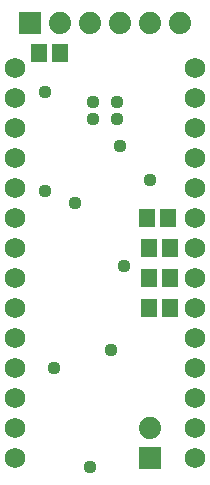
<source format=gbs>
%FSLAX25Y25*%
%MOIN*%
G70*
G01*
G75*
G04 Layer_Color=16711935*
%ADD10R,0.05512X0.04921*%
%ADD11R,0.06102X0.04921*%
%ADD12R,0.01772X0.09449*%
%ADD13C,0.00700*%
%ADD14C,0.01500*%
%ADD15C,0.06600*%
%ADD16R,0.06600X0.06600*%
%ADD17C,0.06000*%
%ADD18R,0.06600X0.06600*%
%ADD19C,0.03600*%
%ADD20R,0.04921X0.05512*%
%ADD21C,0.01000*%
%ADD22C,0.00984*%
%ADD23C,0.02362*%
%ADD24C,0.00787*%
%ADD25R,0.06312X0.05721*%
%ADD26R,0.06902X0.05721*%
%ADD27R,0.02572X0.10249*%
%ADD28C,0.07400*%
%ADD29R,0.07400X0.07400*%
%ADD30C,0.06800*%
%ADD31R,0.07400X0.07400*%
%ADD32C,0.04400*%
%ADD33R,0.05721X0.06312*%
D28*
X45000Y15000D02*
D03*
X35000D02*
D03*
X25000D02*
D03*
X15000D02*
D03*
X55000D02*
D03*
X45000Y-120000D02*
D03*
D29*
X5000Y15000D02*
D03*
D30*
X60000Y0D02*
D03*
Y-10000D02*
D03*
Y-20000D02*
D03*
Y-30000D02*
D03*
Y-40000D02*
D03*
Y-50000D02*
D03*
Y-60000D02*
D03*
Y-70000D02*
D03*
Y-80000D02*
D03*
Y-90000D02*
D03*
Y-100000D02*
D03*
Y-110000D02*
D03*
Y-120000D02*
D03*
Y-130000D02*
D03*
X0D02*
D03*
Y-120000D02*
D03*
Y-110000D02*
D03*
Y-100000D02*
D03*
Y-90000D02*
D03*
Y-80000D02*
D03*
Y-70000D02*
D03*
Y-60000D02*
D03*
Y-50000D02*
D03*
Y-40000D02*
D03*
Y-30000D02*
D03*
Y-20000D02*
D03*
Y-10000D02*
D03*
Y0D02*
D03*
D31*
X45000Y-130000D02*
D03*
D32*
X35000Y-26000D02*
D03*
X36398Y-66102D02*
D03*
X45000Y-37500D02*
D03*
X32000Y-94000D02*
D03*
X10000Y-41000D02*
D03*
X20000Y-45000D02*
D03*
X13000Y-100000D02*
D03*
X25000Y-133000D02*
D03*
X10000Y-8000D02*
D03*
X26000Y-11500D02*
D03*
X34000D02*
D03*
X26000Y-17000D02*
D03*
X34000D02*
D03*
D33*
X44555Y-60000D02*
D03*
X51445D02*
D03*
X44055Y-50000D02*
D03*
X50945D02*
D03*
X14945Y5000D02*
D03*
X8055D02*
D03*
X51445Y-80000D02*
D03*
X44555D02*
D03*
X51445Y-70000D02*
D03*
X44555D02*
D03*
M02*

</source>
